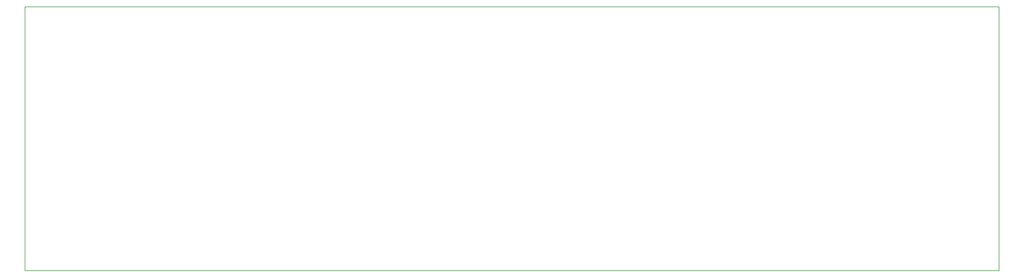
<source format=gbr>
%TF.GenerationSoftware,KiCad,Pcbnew,8.0.0-1.fc39*%
%TF.CreationDate,2024-05-13T23:19:07+02:00*%
%TF.ProjectId,mcu_dev,6d63755f-6465-4762-9e6b-696361645f70,rev?*%
%TF.SameCoordinates,Original*%
%TF.FileFunction,Profile,NP*%
%FSLAX46Y46*%
G04 Gerber Fmt 4.6, Leading zero omitted, Abs format (unit mm)*
G04 Created by KiCad (PCBNEW 8.0.0-1.fc39) date 2024-05-13 23:19:07*
%MOMM*%
%LPD*%
G01*
G04 APERTURE LIST*
%TA.AperFunction,Profile*%
%ADD10C,0.050000*%
%TD*%
G04 APERTURE END LIST*
D10*
X238760000Y-81280000D02*
X88900000Y-81280000D01*
X238760000Y-121920000D02*
X238760000Y-81280000D01*
X88900000Y-121920000D02*
X238760000Y-121920000D01*
X88900000Y-81280000D02*
X88900000Y-121920000D01*
M02*

</source>
